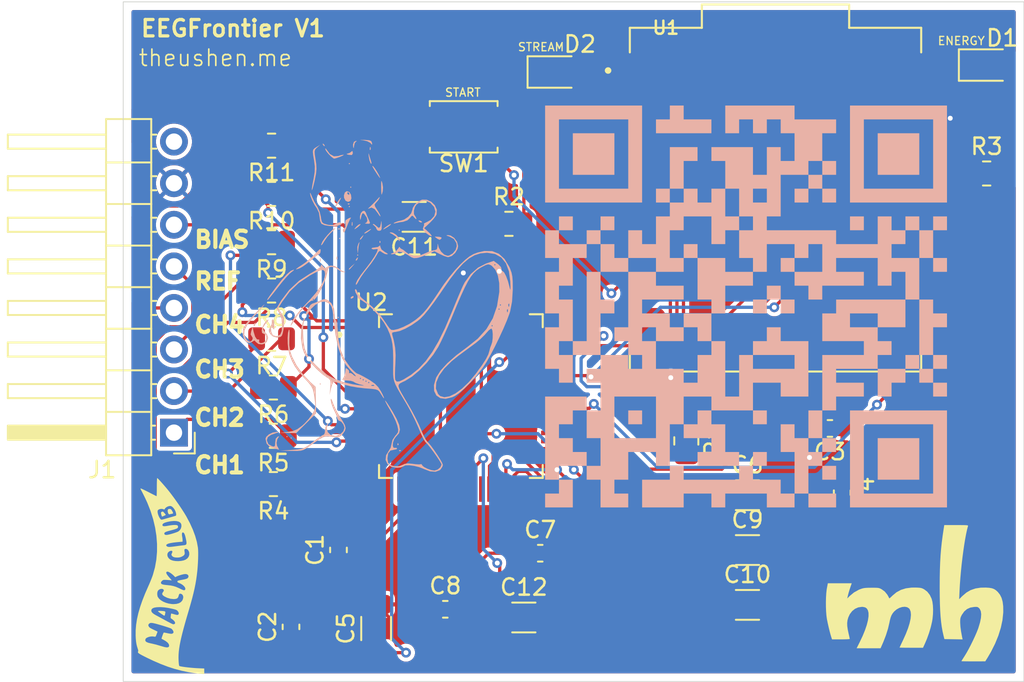
<source format=kicad_pcb>
(kicad_pcb (version 20241229) (generator "pcbnew") (generator_version "9.0")
  (layers (0 "F.Cu" signal) (2 "B.Cu" signal) (13 "F.Paste" user) (15 "B.Paste" user) (5 "F.SilkS" user "F.Silkscreen") (7 "B.SilkS" user "B.Silkscreen") (1 "F.Mask" user) (3 "B.Mask" user) (25 "Edge.Cuts" user))
  (net 0 "")
  (net 1 "3V3_A")
  (net 2 "GND")
  (net 3 "3V3_D")
  (net 4 "Net-(U2-VREFP)")
  (net 5 "Net-(U2-VCAP2)")
  (net 6 "Net-(U2-VCAP1)")
  (net 7 "Net-(U2-VCAP3)")
  (net 8 "Net-(U2-VCAP4)")
  (net 9 "Net-(D1-A)")
  (net 10 "Net-(D2-A)")
  (net 11 "EEG_CH2")
  (net 13 "EEG_CH1")
  (net 14 "EEG_REF")
  (net 15 "EEG_CH4")
  (net 16 "EEG_CH3")
  (net 17 "EEG_BIAS")
  (net 18 "Net-(U2-~{PWDN})")
  (net 19 "LED_STREAM")
  (net 20 "Net-(U2-IN1N)")
  (net 21 "Net-(U2-IN1P)")
  (net 22 "Net-(U2-IN2N)")
  (net 23 "Net-(U2-IN2P)")
  (net 24 "Net-(U2-IN3N)")
  (net 25 "Net-(U2-IN3P)")
  (net 26 "Net-(U2-IN4N)")
  (net 27 "Net-(U2-IN4P)")
  (net 28 "BTN_START")
  (net 29 "SPI_CS")
  (net 30 "SPI_MOSI")
  (net 31 "SPI_SCK")
  (net 32 "EEG_DRDY")
  (net 34 "VBUS")
  (net 36 "EEG_RESET")
  (net 37 "EEG_START")
  (net 38 "SPI_MISO")
  (footprint "Resistor_SMD:R_0805_2012Metric" (layer "F.Cu") (at 141.4 87.8375 -90)
    (property "Reference" "R1")
    (property "Value" "10k")
  )
  (footprint "Resistor_SMD:R_0805_2012Metric" (layer "F.Cu") (at 116.0625 72.75 180)
    (property "Reference" "R10")
    (property "Value" "100k")
  )
  (footprint "Capacitor_SMD:C_1206_3216Metric" (layer "F.Cu") (at 145.1375 91.155)
    (property "Reference" "C6")
    (property "Value" "10µF")
  )
  (footprint "Resistor_SMD:R_0805_2012Metric" (layer "F.Cu") (at 116.175 90.475 180)
    (property "Reference" "R4")
    (property "Value" "100k")
  )
  (footprint "Resistor_SMD:R_0805_2012Metric" (layer "F.Cu") (at 159.75 71.5)
    (property "Reference" "R3")
    (property "Value" "1kΩ")
  )
  (footprint "Button_Switch_SMD:SW_Push_SPST_NO_Alps_SKRK" (layer "F.Cu") (at 127.8 68.65 180)
    (property "Reference" "SW1")
    (property "Value" "SW_Push")
  )
  (footprint "Resistor_SMD:R_0805_2012Metric" (layer "F.Cu") (at 130.5625 74.575)
    (property "Reference" "R2")
    (property "Value" "1kΩ")
  )
  (footprint "Resistor_SMD:R_0805_2012Metric" (layer "F.Cu") (at 116.0625 81.6 180)
    (property "Reference" "R7")
    (property "Value" "100k")
  )
  (footprint "OPL:QFP50P1200X1200X120-64N" (layer "F.Cu") (at 127.6275 85.1)
    (property "Reference" "U2")
    (property "Value" "ADS1299-4PAGR")
  )
  (footprint "LOGO" (layer "F.Cu") (at 109.85 96.075 90)
    (property "Reference" "G***" (hide yes))
    (property "Value" "LOGO" (hide yes))
  )
  (footprint "Resistor_SMD:R_0805_2012Metric" (layer "F.Cu") (at 116.0625 78.65 180)
    (property "Reference" "R8")
    (property "Value" "100k")
  )
  (footprint "Capacitor_SMD:C_0603_1608Metric" (layer "F.Cu") (at 150.925 91 -90)
    (property "Reference" "C4")
    (property "Value" "100nF")
  )
  (footprint "Capacitor_SMD:C_1206_3216Metric" (layer "F.Cu") (at 122.45 99.3 90)
    (property "Reference" "C5")
    (property "Value" "10µF")
  )
  (footprint "Resistor_SMD:R_0805_2012Metric" (layer "F.Cu") (at 116.0625 75.7 180)
    (property "Reference" "R9")
    (property "Value" "100k")
  )
  (footprint "Capacitor_SMD:C_0603_1608Metric" (layer "F.Cu") (at 126.675 98.125)
    (property "Reference" "C8")
    (property "Value" "1µF")
  )
  (footprint "Capacitor_SMD:C_1206_3216Metric" (layer "F.Cu") (at 124.775 74.15 180)
    (property "Reference" "C11")
    (property "Value" "10µF")
  )
  (footprint "Capacitor_SMD:C_1206_3216Metric" (layer "F.Cu") (at 145.1375 97.855)
    (property "Reference" "C10")
    (property "Value" "10µF")
  )
  (footprint "LED_SMD:LED_0805_2012Metric" (layer "F.Cu") (at 159.7375 64.875)
    (property "Reference" "D1")
    (property "Value" "LED")
  )
  (footprint "Resistor_SMD:R_0805_2012Metric" (layer "F.Cu") (at 116.175 84.575 180)
    (property "Reference" "R6")
    (property "Value" "100k")
  )
  (footprint "Capacitor_SMD:C_0603_1608Metric" (layer "F.Cu") (at 117.25 99.2 90)
    (property "Reference" "C2")
    (property "Value" "100nF")
  )
  (footprint "OPL:MODULE_102010428" (layer "F.Cu") (at 146.85 73.1)
    (property "Reference" "U1")
    (property "Value" "102010428")
  )
  (footprint "Capacitor_SMD:C_0603_1608Metric" (layer "F.Cu") (at 132.475 94.7)
    (property "Reference" "C7")
    (property "Value" "100nF")
  )
  (footprint "Capacitor_SMD:C_1206_3216Metric" (layer "F.Cu") (at 145.1375 94.505)
    (property "Reference" "C9")
    (property "Value" "10µF")
  )
  (footprint "Connector_PinHeader_2.54mm:PinHeader_1x08_P2.54mm_Horizontal" (layer "F.Cu") (at 110.1 87.335 180)
    (property "Reference" "J1")
    (property "Value" "Conn_01x08_Pin")
  )
  (footprint "LED_SMD:LED_0805_2012Metric" (layer "F.Cu") (at 133.3875 65.3)
    (property "Reference" "D2")
    (property "Value" "LED")
  )
  (footprint "LOGO" (layer "F.Cu") (at 155.55 98.425)
    (property "Reference" "G***" (hide yes))
    (property "Value" "LOGO" (hide yes))
  )
  (footprint "Capacitor_SMD:C_0603_1608Metric" (layer "F.Cu") (at 150.175 87.075 180)
    (property "Reference" "C3")
    (property "Value" "100nF")
  )
  (footprint "Resistor_SMD:R_0805_2012Metric" (layer "F.Cu") (at 116.175 87.525 180)
    (property "Reference" "R5")
    (property "Value" "100k")
  )
  (footprint "Capacitor_SMD:C_1206_3216Metric" (layer "F.Cu") (at 131.475 98.625)
    (property "Reference" "C12")
    (property "Value" "10µF")
  )
  (footprint "Capacitor_SMD:C_0603_1608Metric" (layer "F.Cu") (at 120.15 94.5 90)
    (property "Reference" "C1")
    (property "Value" "100nF")
  )
  (footprint "Resistor_SMD:R_0805_2012Metric" (layer "F.Cu") (at 116.0625 69.8 180)
    (property "Reference" "R11")
    (property "Value" "100k")
  )
  (footprint "LOGO" (layer "B.Cu") (at 122.55 79.575 180)
    (property "Reference" "G***" (hide yes))
    (property "Value" "LOGO" (hide yes))
  )
  (footprint "LOGO" (layer "B.Cu") (at 145.05 79.625 180)
    (property "Reference" "G***" (hide yes))
    (property "Value" "LOGO" (hide yes))
  )
  (gr_rect (start 107 61.0125) (end 162.025 102.5375) (stroke (width 0.05)) (fill no) (layer "Edge.Cuts"))
  (gr_text "CH3" (at 111.225 84.05 0) (layer "F.SilkS") (effects (font (size 1 1) (thickness 0.25) (bold yes)) (justify left bottom)))
  (gr_text "STREAM" (at 132.525 63.775 0) (layer "F.SilkS") (effects (font (size 0.5 0.5) (thickness 0.08))))
  (gr_text "CH4" (at 111.225 81.325 0) (layer "F.SilkS") (effects (font (size 1 1) (thickness 0.25) (bold yes)) (justify left bottom)))
  (gr_text "START\n" (at 127.75 66.55 0) (layer "F.SilkS") (effects (font (size 0.5 0.5) (thickness 0.08))))
  (gr_text "BIAS" (at 111.225 76.125 0) (layer "F.SilkS") (effects (font (size 1 1) (thickness 0.25) (bold yes)) (justify left bottom)))
  (gr_text "REF" (at 111.225 78.675 0) (layer "F.SilkS") (effects (font (size 1 1) (thickness 0.25) (bold yes)) (justify left bottom)))
  (gr_text "theushen.me" (at 107.875 65.025 0) (layer "F.SilkS") (effects (font (size 1 1) (thickness 0.1)) (justify left bottom)))
  (gr_text "EEGFrontier V1" (at 107.975 63.225 0) (layer "F.SilkS") (effects (font (size 1 1) (thickness 0.2) (bold yes)) (justify left bottom)))
  (gr_text "CH1" (at 111.225 89.9 0) (layer "F.SilkS") (effects (font (size 1 1) (thickness 0.25) (bold yes)) (justify left bottom)))
  (gr_text "ENERGY" (at 158.2 63.4 0) (layer "F.SilkS") (effects (font (size 0.5 0.5) (thickness 0.08))))
  (gr_text "CH2" (at 111.225 87 0) (layer "F.SilkS") (effects (font (size 1 1) (thickness 0.25) (bold yes)) (justify left bottom)))
  (segment (start 124.8775 89.916) (end 124.8775 90.78) (width 0.2) (layer "F.Cu") (net 1))
  (segment (start 151.701 90.999) (end 151.701 86.60089) (width 0.2) (layer "F.Cu") (net 1))
  (segment (start 136.090116 91.155) (end 134.530058 89.594942) (width 0.2) (layer "F.Cu") (net 1))
  (segment (start 126.3775 90.345001) (end 126.3775 90.78) (width 0.2) (layer "F.Cu") (net 1))
  (segment (start 147.7425 87.075) (end 149.4 87.075) (width 0.2) (layer "F.Cu") (net 1))
  (segment (start 150.176 86.299) (end 149.4 87.075) (width 0.2) (layer "F.Cu") (net 1))
  (segment (start 143.6625 91.155) (end 147.7425 87.075) (width 0.2) (layer "F.Cu") (net 1))
  (segment (start 128.8775 80.246146) (end 128.622646 80.501) (width 0.2) (layer "F.Cu") (net 1))
  (segment (start 129.8 87.4) (end 129.1275 87.4) (width 0.2) (layer "F.Cu") (net 1))
  (segment (start 128.622646 80.501) (end 128.132354 80.501) (width 0.2) (layer "F.Cu") (net 1))
  (segment (start 151.701 86.60089) (end 151.39911 86.299) (width 0.2) (layer "F.Cu") (net 1))
  (segment (start 143.6625 91.155) (end 136.090116 91.155) (width 0.2) (layer "F.Cu") (net 1))
  (segment (start 126.3775 90.78) (end 126.3775 89.7054) (width 0.2) (layer "F.Cu") (net 1))
  (segment (start 124.8775 90.78) (end 124.8775 91.606146) (width 0.2) (layer "F.Cu") (net 1))
  (segment (start 125.8775 90.78) (end 126.3775 90.78) (width 0.2) (layer "F.Cu") (net 1))
  (segment (start 126.3775 89.7054) (end 128.8775 87.2054) (width 0.2) (layer "F.Cu") (net 1))
  (segment (start 125.0945 89.699) (end 124.8775 89.916) (width 0.2) (layer "F.Cu") (net 1))
  (segment (start 125.731499 89.699) (end 126.3775 90.345001) (width 0.2) (layer "F.Cu") (net 1))
  (segment (start 125.8775 90.78) (end 125.8775 89.953854) (width 0.2) (layer "F.Cu") (net 1))
  (segment (start 126.3775 79.42) (end 126.3775 90.78) (width 0.2) (layer "F.Cu") (net 1))
  (segment (start 150.925 91.775) (end 151.701 90.999) (width 0.2) (layer "F.Cu") (net 1))
  (segment (start 125.622646 89.699) (end 125.0945 89.699) (width 0.2) (layer "F.Cu") (net 1))
  (segment (start 151.39911 86.299) (end 150.176 86.299) (width 0.2) (layer "F.Cu") (net 1))
  (segment (start 128.8775 87.15) (end 128.8775 79.42) (width 0.2) (layer "F.Cu") (net 1))
  (segment (start 128.8775 79.42) (end 128.8775 80.246146) (width 0.2) (layer "F.Cu") (net 1))
  (segment (start 127.8775 80.246146) (end 127.8775 79.42) (width 0.2) (layer "F.Cu") (net 1))
  (segment (start 128.8775 87.2054) (end 128.8775 87.15) (width 0.2) (layer "F.Cu") (net 1))
  (segment (start 125.8775 89.953854) (end 125.622646 89.699) (width 0.2) (layer "F.Cu") (net 1))
  (segment (start 124.8775 91.606146) (end 121.208646 95.275) (width 0.2) (layer "F.Cu") (net 1))
  (segment (start 121.208646 95.275) (end 120.15 95.275) (width 0.2) (layer "F.Cu") (net 1))
  (segment (start 124.8775 90.78) (end 124.8775 89.953854) (width 0.2) (layer "F.Cu") (net 1))
  (segment (start 128.132354 80.501) (end 127.8775 80.246146) (width 0.2) (layer "F.Cu") (net 1))
  (segment (start 129.1275 87.4) (end 128.8775 87.15) (width 0.2) (layer "F.Cu") (net 1))
  (segment (start 125.132354 89.699) (end 125.731499 89.699) (width 0.2) (layer "F.Cu") (net 1))
  (segment (start 124.8775 89.953854) (end 125.132354 89.699) (width 0.2) (layer "F.Cu") (net 1))
  (via (at 134.530058 89.594942) (size 0.6) (drill 0.3) (layers "F.Cu" "B.Cu") (net 1))
  (via (at 129.8 87.4) (size 0.6) (drill 0.3) (layers "F.Cu" "B.Cu") (net 1))
  (segment (start 132.335116 87.4) (end 129.8 87.4) (width 0.2) (layer "B.Cu") (net 1))
  (segment (start 134.530058 89.594942) (end 132.335116 87.4) (width 0.2) (layer "B.Cu") (net 1))
  (segment (start 122.45 97.825) (end 123.526 98.901) (width 0.2) (layer "F.Cu") (net 2))
  (segment (start 150.925 90.225) (end 150.925 87.1) (width 0.2) (layer "F.Cu") (net 2))
  (segment (start 147.5425 90.225) (end 150.925 90.225) (width 0.2) (layer "F.Cu") (net 2))
  (segment (start 146.6125 94.505) (end 144.4635 96.654) (width 0.2) (layer "F.Cu") (net 2))
  (segment (start 129.375 85.743646) (end 129.375 79.4225) (width 0.2) (layer "F.Cu") (net 2))
  (segment (start 146.6125 91.155) (end 147.5425 90.225) (width 0.2) (layer "F.Cu") (net 2))
  (segment (start 117.25 98.425) (end 121.85 98.425) (width 0.2) (layer "F.Cu") (net 2))
  (segment (start 127.45 98.125) (end 129.151 99.826) (width 0.2) (layer "F.Cu") (net 2))
  (segment (start 132.474 93.924) (end 133.25 94.7) (width 0.2) (layer "F.Cu") (net 2))
  (segment (start 129.05 65.3) (end 125.7 68.65) (width 0.2) (layer "F.Cu") (net 2))
  (segment (start 125.3775 91.606146) (end 125.632354 91.861) (width 0.2) (layer "F.Cu") (net 2))
  (segment (start 146.6125 97.855) (end 146.6125 94.505) (width 0.2) (layer "F.Cu") (net 2))
  (segment (start 127.9365 91.665146) (end 130.195354 93.924) (width 0.2) (layer "F.Cu") (net 2))
  (segment (start 107.601 69.596) (end 107.601 67.599) (width 0.2) (layer "F.Cu") (net 2))
  (segment (start 132.481354 88.85) (end 129.375 85.743646) (width 0.2) (layer "F.Cu") (net 2))
  (segment (start 132.641423 89.583577) (end 131.132846 88.075) (width 0.2) (layer "F.Cu") (net 2))
  (segment (start 130.6 78.1) (end 130.6 78.339) (width 0.2) (layer "F.Cu") (net 2))
  (segment (start 127.8775 91.606146) (end 128.132354 91.861) (width 0.2) (layer "F.Cu") (net 2))
  (segment (start 123.3 71.05) (end 125.7 68.65) (width 0.2) (layer "F.Cu") (net 2))
  (segment (start 127.240646 80.501) (end 127.3775 80.364146) (width 0.2) (layer "F.Cu") (net 2))
  (segment (start 127.3775 79.42) (end 127.3775 77.975) (width 0.2) (layer "F.Cu") (net 2))
  (segment (start 128.575 88.075) (end 127.9365 88.7135) (width 0.2) (layer "F.Cu") (net 2))
  (segment (start 133.3075 88.85) (end 132.481354 88.85) (width 0.2) (layer "F.Cu") (net 2))
  (segment (start 132.45 65.3) (end 129.05 65.3) (width 0.2) (layer "F.Cu") (net 2))
  (segment (start 127.178501 80.501) (end 127.240646 80.501) (width 0.2) (layer "F.Cu") (net 2))
  (segment (start 131.3775 91.606146) (end 131.3775 90.78) (width 0.2) (layer "F.Cu") (net 2))
  (segment (start 109 66.2) (end 123.25 66.2) (width 0.2) (layer "F.Cu") (net 2))
  (segment (start 123.526 98.901) (end 126.674 98.901) (width 0.2) (layer "F.Cu") (net 2))
  (segment (start 127.9365 88.7135) (end 127.9365 91.665146) (width 0.2) (layer "F.Cu") (net 2))
  (segment (start 129.3775 79.42) (end 129.8775 79.42) (width 0.2) (layer "F.Cu") (net 2))
  (segment (start 127.8775 89.953854) (end 127.8775 90.78) (width 0.2) (layer "F.Cu") (net 2))
  (segment (start 139.711846 96.654) (end 132.641423 89.583577) (width 0.2) (layer "F.Cu") (net 2))
  (segment (start 110.1 72.095) (end 107.601 69.596) (width 0.2) (layer "F.Cu") (net 2))
  (segment (start 123.25 66.2) (end 125.7 68.65) (width 0.2) (layer "F.Cu") (net 2))
  (segment (start 127.8775 90.78) (end 127.8775 91.606146) (width 0.2) (layer "F.Cu") (net 2))
  (segment (start 126.8775 90.78) (end 126.8775 89.953854) (width 0.2) (layer "F.Cu") (net 2))
  (segment (start 126.8775 89.953854) (end 127.132354 89.699) (width 0.2) (layer "F.Cu") (net 2))
  (segment (start 121.85 98.425) (end 122.45 97.825) (width 0.2) (layer "F.Cu") (net 2))
  (segment (start 125.632354 91.861) (end 126.622646 91.861) (width 0.2) (layer "F.Cu") (net 2))
  (segment (start 131.122646 91.861) (end 131.3775 91.606146) (width 0.2) (layer "F.Cu") (net 2))
  (segment (start 158.8 64.875) (end 155.655 68.02) (width 0.2) (layer "F.Cu") (net 2))
  (segment (start 107.601 67.599) (end 109 66.2) (width 0.2) (layer "F.Cu") (net 2))
  (segment (start 127.3775 80.364146) (end 127.3775 79.42) (width 0.2) (layer "F.Cu") (net 2))
  (segment (start 127.3775 77.975) (end 127.7775 77.575) (width 0.2) (layer "F.Cu") (net 2))
  (segment (start 119.374 94.501) (end 119.374 95.72411) (width 0.2) (layer "F.Cu") (net 2))
  (segment (start 130.195354 93.924) (end 132.474 93.924) (width 0.2) (layer "F.Cu") (net 2))
  (segment (start 119.374 95.72411) (end 121.47489 97.825) (width 0.2) (layer "F.Cu") (net 2))
  (segment (start 128.132354 91.861) (end 131.122646 91.861) (width 0.2) (layer "F.Cu") (net 2))
  (segment (start 125.3775 90.78) (end 125.3775 91.606146) (width 0.2) (layer "F.Cu") (net 2))
  (segment (start 155.655 68.02) (end 154.95 68.02) (width 0.2) (layer "F.Cu") (net 2))
  (segment (start 157.42 68.02) (end 154.95 68.02) (width 0.2) (layer "F.Cu") (net 2))
  (segment (start 132.641423 89.516077) (end 132.641423 89.583577) (width 0.2) (layer "F.Cu") (net 2))
  (segment (start 150.925 87.1) (end 150.95 87.075) (width 0.2) (layer "F.Cu") (net 2))
  (segment (start 129.8775 79.42) (end 130.3775 79.42) (width 0.2) (layer "F.Cu") (net 2))
  (segment (start 131.122646 78.339) (end 131.3775 78.593854) (width 0.2) (layer "F.Cu") (net 2))
  (segment (start 132.95 95) (end 133.25 94.7) (width 0.2) (layer "F.Cu") (net 2))
  (segment (start 126.622646 91.861) (end 126.8775 91.606146) (width 0.2) (layer "F.Cu") (net 2))
  (segment (start 144.4635 96.654) (end 139.711846 96.654) (width 0.2) (layer "F.Cu") (net 2))
  (segment (start 149.175 88.85) (end 148.925 88.85) (width 0.2) (layer "F.Cu") (net 2))
  (segment (start 129.375 79.4225) (end 129.3775 79.42) (width 0.2) (layer "F.Cu") (net 2))
  (segment (start 120.15 93.725) (end 119.374 94.501) (width 0.2) (layer "F.Cu") (net 2))
  (segment (start 130.6 78.339) (end 131.122646 78.339) (width 0.2) (layer "F.Cu") (net 2))
  (segment (start 127.132354 89.699) (end 127.622646 89.699) (width 0.2) (layer "F.Cu") (net 2))
  (segment (start 132.95 98.625) (end 132.95 95) (width 0.2) (layer "F.Cu") (net 2))
  (segment (start 131.3775 78.593854) (end 131.3775 79.42) (width 0.2) (layer "F.Cu") (net 2))
  (segment (start 127.622646 89.699) (end 127.8775 89.953854) (width 0.2) (layer "F.Cu") (net 2))
  (segment (start 129.151 99.826) (end 131.749 99.826) (width 0.2) (layer "F.Cu") (net 2))
  (segment (start 123.3 74.15) (end 123.3 71.05) (width 0.2) (layer "F.Cu") (net 2))
  (segment (start 126.8775 77.7275) (end 123.3 74.15) (width 0.2) (layer "F.Cu") (net 2))
  (segment (start 129.975 77.475) (end 130.6 78.1) (width 0.2) (layer "F.Cu") (net 2))
  (segment (start 126.8775 80.199999) (end 127.178501 80.501) (width 0.2) (layer "F.Cu") (net 2))
  (segment (start 131.749 99.826) (end 132.95 98.625) (width 0.2) (layer "F.Cu") (net 2))
  (segment (start 157.525 68.125) (end 157.42 68.02) (width 0.2) (layer "F.Cu") (net 2))
  (segment (start 130.4585 78.339) (end 130.6 78.339) (width 0.2) (layer "F.Cu") (net 2))
  (segment (start 126.8775 91.606146) (end 126.8775 90.78) (width 0.2) (layer "F.Cu") (net 2))
  (segment (start 131.132846 88.075) (end 128.575 88.075) (width 0.2) (layer "F.Cu") (net 2))
  (segment (start 126.674 98.901) (end 127.45 98.125) (width 0.2) (layer "F.Cu") (net 2))
  (segment (start 150.95 87.075) (end 149.175 88.85) (width 0.2) (layer "F.Cu") (net 2))
  (segment (start 126.8775 79.42) (end 126.8775 77.7275) (width 0.2) (layer "F.Cu") (net 2))
  (segment (start 129.3775 79.42) (end 130.4585 78.339) (width 0.2) (layer "F.Cu") (net 2))
  (segment (start 126.8775 79.42) (end 126.8775 80.199999) (width 0.2) (layer "F.Cu") (net 2))
  (segment (start 121.47489 97.825) (end 122.45 97.825) (width 0.2) (layer "F.Cu") (net 2))
  (segment (start 146.6125 94.505) (end 146.6125 91.155) (width 0.2) (layer "F.Cu") (net 2))
  (segment (start 133.3075 88.85) (end 132.641423 89.516077) (width 0.2) (layer "F.Cu") (net 2))
  (via (at 129.975 77.475) (size 0.6) (drill 0.3) (layers "F.Cu" "B.Cu") (net 2))
  (via (at 148.925 88.85) (size 0.6) (drill 0.3) (layers "F.Cu" "B.Cu") (net 2))
  (via (at 127.7775 77.575) (size 0.6) (drill 0.3) (layers "F.Cu" "B.Cu") (net 2))
  (via (at 157.525 68.125) (size 0.6) (drill 0.3) (layers "F.Cu" "B.Cu") (net 2))
  (segment (start 127.8775 77.475) (end 129.975 77.475) (width 0.2) (layer "B.Cu") (net 2))
  (segment (start 157.9 84.65) (end 157.9 68.5) (width 0.2) (layer "B.Cu") (net 2))
  (segment (start 147.7 85.6) (end 148.65 84.65) (width 0.2) (layer "B.Cu") (net 2))
  (segment (start 148.65 84.65) (end 157.9 84.65) (width 0.2) (layer "B.Cu") (net 2))
  (segment (start 127.7775 77.575) (end 127.8775 77.475) (width 0.2) (layer "B.Cu") (net 2))
  (segment (start 148.925 88.85) (end 147.7 87.625) (width 0.2) (layer "B.Cu") (net 2))
  (segment (start 157.9 68.5) (end 157.525 68.125) (width 0.2) (layer "B.Cu") (net 2))
  (segment (start 147.7 87.625) (end 147.7 85.6) (width 0.2) (layer "B.Cu") (net 2))
  (segment (start 153.575 70.56) (end 141.4 82.735) (width 0.2) (layer "F.Cu") (net 3))
  (segment (start 131.903177 81.271823) (end 131.981354 81.35) (width 0.2) (layer "F.Cu") (net 3))
  (segment (start 154.95 70.56) (end 157.8975 70.56) (width 0.2) (layer "F.Cu") (net 3))
  (segment (start 131.903177 81.271823) (end 130.15 83.025) (width 0.2) (layer "F.Cu") (net 3))
  (segment (start 157.8975 70.56) (end 158.8375 71.5) (width 0.2) (layer "F.Cu") (net 3))
  (segment (start 131.981354 81.35) (end 133.3075 81.35) (width 0.2) (layer "F.Cu") (net 3))
  (segment (start 141.175 83.975) (end 141.4 83.75) (width 0.2) (layer "F.Cu") (net 3))
  (segment (start 141.4 82.735) (end 141.4 83.75) (width 0.2) (layer "F.Cu") (net 3))
  (segment (start 136.279 81.35) (end 136.35 81.421) (width 0.2) (layer "F.Cu") (net 3))
  (segment (start 141.4 83.75) (end 141.4 86.925) (width 0.2) (layer "F.Cu") (net 3))
  (segment (start 130.15 83.025) (end 129.975 83.025) (width 0.2) (layer "F.Cu") (net 3))
  (segment (start 121.65 99.975) (end 122.45 100.775) (width 0.2) (layer "F.Cu") (net 3))
  (segment (start 140.45 83.975) (end 141.175 83.975) (width 0.2) (layer "F.Cu") (net 3))
  (segment (start 130.8775 79.42) (end 130.8775 80.246146) (width 0.2) (layer "F.Cu") (net 3))
  (segment (start 130.8775 80.246146) (end 131.903177 81.271823) (width 0.2) (layer "F.Cu") (net 3))
  (segment (start 124.275 100.775) (end 122.45 100.775) (width 0.2) (layer "F.Cu") (net 3))
  (segment (start 154.95 70.56) (end 153.575 70.56) (width 0.2) (layer "F.Cu") (net 3))
  (segment (start 117.25 99.975) (end 121.65 99.975) (width 0.2) (layer "F.Cu") (net 3))
  (segment (start 133.3075 81.35) (end 136.279 81.35) (width 0.2) (layer "F.Cu") (net 3))
  (via (at 140.45 83.975) (size 0.6) (drill 0.3) (layers "F.Cu" "B.Cu") (net 3))
  (via (at 129.975 83.025) (size 0.6) (drill 0.3) (layers "F.Cu" "B.Cu") (net 3))
  (via (at 124.275 100.775) (size 0.6) (drill 0.3) (layers "F.Cu" "B.Cu") (net 3))
  (via (at 136.35 81.421) (size 0.6) (drill 0.3) (layers "F.Cu" "B.Cu") (net 3))
  (segment (start 123.4 99.9) (end 124.275 100.775) (width 0.2) (layer "B.Cu") (net 3))
  (segment (start 123.4 89.6) (end 123.4 99.9) (width 0.2) (layer "B.Cu") (net 3))
  (segment (start 129.975 83.025) (end 123.4 89.6) (width 0.2) (layer "B.Cu") (net 3))
  (segment (start 134.974 84.173943) (end 135.326057 84.526) (width 0.2) (layer "B.Cu") (net 3))
  (segment (start 134.974 82.797) (end 134.974 84.173943) (width 0.2) (layer "B.Cu") (net 3))
  (segment (start 139.899 84.526) (end 140.45 83.975) (width 0.2) (layer "B.Cu") (net 3))
  (segment (start 136.35 81.421) (end 134.974 82.797) (width 0.2) (layer "B.Cu") (net 3))
  (segment (start 135.326057 84.526) (end 139.899 84.526) (width 0.2) (layer "B.Cu") (net 3))
  (segment (start 131.7 94.7) (end 129.325 94.7) (width 0.2) (layer "F.Cu") (net 4))
  (segment (start 127.3775 90.78) (end 127.3775 94.0525) (width 0.2) (layer "F.Cu") (net 4))
  (segment (start 129.325 94.7) (end 128.675 95.35) (width 0.2) (layer "F.Cu") (net 4))
  (segment (start 128.675 95.35) (end 125.9 98.125) (width 0.2) (layer "F.Cu") (net 4))
  (segment (start 127.3775 94.0525) (end 128.675 95.35) (width 0.2) (layer "F.Cu") (net 4))
  (segment (start 138.411376 94.505) (end 133.503188 89.596812) (width 0.2) (layer "F.Cu") (net 5))
  (segment (start 130.3775 89.3225) (end 130.3775 90.78) (width 0.2) (layer "F.Cu") (net 5))
  (segment (start 130.45 89.25) (end 130.3775 89.3225) (width 0.2) (layer "F.Cu") (net 5))
  (segment (start 143.6625 94.505) (end 138.411376 94.505) (width 0.2) (layer "F.Cu") (net 5))
  (via (at 133.503188 89.596812) (size 0.6) (drill 0.3) (layers "F.Cu" "B.Cu") (net 5))
  (via (at 130.45 89.25) (size 0.6) (drill 0.3) (layers "F.Cu" "B.Cu") (net 5))
  (segment (start 133.503188 89.596812) (end 130.796812 89.596812) (width 0.2) (layer "B.Cu") (net 5))
  (segment (start 130.796812 89.596812) (end 130.45 89.25) (width 0.2) (layer "B.Cu") (net 5))
  (segment (start 129.774 88.476) (end 129.599971 88.650029) (width 0.2) (layer "F.Cu") (net 6))
  (segment (start 130.966746 88.476) (end 129.774 88.476) (width 0.2) (layer "F.Cu") (net 6))
  (segment (start 143.6625 97.855) (end 140.345746 97.855) (width 0.2) (layer "F.Cu") (net 6))
  (segment (start 140.345746 97.855) (end 130.966746 88.476) (width 0.2) (layer "F.Cu") (net 6))
  (segment (start 129.601 89.148943) (end 129.3775 89.372443) (width 0.2) (layer "F.Cu") (net 6))
  (segment (start 129.3775 89.372443) (end 129.3775 90.78) (width 0.2) (layer "F.Cu") (net 6))
  (segment (start 129.599971 88.650029) (end 129.601 88.651057) (width 0.2) (layer "F.Cu") (net 6))
  (segment (start 129.601 88.651057) (end 129.601 89.148943) (width 0.2) (layer "F.Cu") (net 6))
  (segment (start 128.3775 79.42) (end 128.3775 76.2775) (width 0.2) (layer "F.Cu") (net 7))
  (segment (start 128.3775 76.2775) (end 126.25 74.15) (width 0.2) (layer "F.Cu") (net 7))
  (segment (start 130 95.9) (end 130 95.45) (width 0.2) (layer "F.Cu") (net 8))
  (segment (start 130 98.625) (end 130 95.9) (width 0.2) (layer "F.Cu") (net 8))
  (segment (start 130 95.45) (end 129.85 95.3) (width 0.2) (layer "F.Cu") (net 8))
  (segment (start 128.3775 89.5225) (end 128.3775 90.78) (width 0.2) (layer "F.Cu") (net 8))
  (segment (start 129 88.9) (end 128.3775 89.5225) (width 0.2) (layer "F.Cu") (net 8))
  (via (at 129.85 95.3) (size 0.6) (drill 0.3) (layers "F.Cu" "B.Cu") (net 8))
  (via (at 129 88.9) (size 0.6) (drill 0.3) (layers "F.Cu" "B.Cu") (net 8))
  (segment (start 129 94.45) (end 129 88.9) (width 0.2) (layer "B.Cu") (net 8))
  (segment (start 129.85 95.3) (end 129 94.45) (width 0.2) (layer "B.Cu") (net 8))
  (segment (start 160.675 71.4875) (end 160.6625 71.5) (width 0.2) (layer "F.Cu") (net 9))
  (segment (start 160.675 64.875) (end 160.675 71.4875) (width 0.2) (layer "F.Cu") (net 9))
  (segment (start 131.475 68.15) (end 134.325 65.3) (width 0.2) (layer "F.Cu") (net 10))
  (segment (start 131.475 74.575) (end 131.475 68.15) (width 0.2) (layer "F.Cu") (net 10))
  (segment (start 116.64866 81.6) (end 116.975 81.6) (width 0.2) (layer "F.Cu") (net 11))
  (segment (start 110.1 84.795) (end 113.45366 84.795) (width 0.2) (layer "F.Cu") (net 11))
  (segment (start 113.45366 84.795) (end 116.64866 81.6) (width 0.2) (layer "F.Cu") (net 11))
  (segment (start 110.911 86.524) (end 116.0865 86.524) (width 0.2) (layer "F.Cu") (net 13))
  (segment (start 110.1 87.335) (end 110.911 86.524) (width 0.2) (layer "F.Cu") (net 13))
  (segment (start 116.0865 86.524) (end 117.0875 87.525) (width 0.2) (layer "F.Cu") (net 13))
  (segment (start 116.975 78.65) (end 118.6625 80.3375) (width 0.2) (layer "F.Cu") (net 14))
  (segment (start 108.949 88.486) (end 108.949 83.475) (width 0.2) (layer "F.Cu") (net 14))
  (segment (start 108.949 83.475) (end 108.949 81.77824) (width 0.2) (layer "F.Cu") (net 14))
  (segment (start 117.901 73.676) (end 121.06484 73.676) (width 0.2) (layer "F.Cu") (net 14))
  (segment (start 111.251 80.19176) (end 111.251 78.326) (width 0.2) (layer "F.Cu") (net 14))
  (segment (start 121.06484 73.676) (end 125.3775 77.98866) (width 0.2) (layer "F.Cu") (net 14))
  (segment (start 111.939 91.476) (end 108.949 88.486) (width 0.2) (layer "F.Cu") (net 14))
  (segment (start 110.57676 80.866) (end 111.251 80.19176) (width 0.2) (layer "F.Cu") (net 14))
  (segment (start 108.949 81.77824) (end 109.86124 80.866) (width 0.2) (layer "F.Cu") (net 14))
  (segment (start 111.251 78.326) (end 110.1 77.175) (width 0.2) (layer "F.Cu") (net 14))
  (segment (start 110.50776 83.475) (end 108.949 83.475) (width 0.2) (layer "F.Cu") (net 14))
  (segment (start 118.35 83.3125) (end 118.35 82.825) (width 0.2) (layer "F.Cu") (net 14))
  (segment (start 118.6625 80.3375) (end 118.826 80.501) (width 0.2) (layer "F.Cu") (net 14))
  (segment (start 115.026 80.599) (end 113.38376 80.599) (width 0.2) (layer "F.Cu") (net 14))
  (segment (start 116.975 72.75) (end 117.901 73.676) (width 0.2) (layer "F.Cu") (net 14))
  (segment (start 118.049265 80.200735) (end 118.18603 80.3375) (width 0.2) (layer "F.Cu") (net 14))
  (segment (start 116.0865 91.476) (end 111.939 91.476) (width 0.2) (layer "F.Cu") (net 14))
  (segment (start 117.0875 90.475) (end 116.0865 91.476) (width 0.2) (layer "F.Cu") (net 14))
  (segment (start 125.3775 77.98866) (end 125.3775 79.42) (width 0.2) (layer "F.Cu") (net 14))
  (segment (start 125.122646 80.501) (end 125.3775 80.246146) (width 0.2) (layer "F.Cu") (net 14))
  (segment (start 125.3775 80.246146) (end 125.3775 79.42) (width 0.2) (layer "F.Cu") (net 14))
  (segment (start 118.18603 80.3375) (end 118.6625 80.3375) (width 0.2) (layer "F.Cu") (net 14))
  (segment (start 113.38376 80.599) (end 110.50776 83.475) (width 0.2) (layer "F.Cu") (net 14))
  (segment (start 116.975 78.65) (end 115.026 80.599) (width 0.2) (layer "F.Cu") (net 14))
  (segment (start 109.86124 80.866) (end 110.57676 80.866) (width 0.2) (layer "F.Cu") (net 14))
  (segment (start 118.826 80.501) (end 125.122646 80.501) (width 0.2) (layer "F.Cu") (net 14))
  (segment (start 117.0875 84.575) (end 118.35 83.3125) (width 0.2) (layer "F.Cu") (net 14))
  (via (at 118.35 82.825) (size 0.6) (drill 0.3) (layers "F.Cu" "B.Cu") (net 14))
  (via (at 118.049265 80.200735) (size 0.6) (drill 0.3) (layers "F.Cu" "B.Cu") (net 14))
  (segment (start 118.35 80.50147) (end 118.049265 80.200735) (width 0.2) (layer "B.Cu") (net 14))
  (segment (start 118.35 82.825) (end 118.35 80.50147) (width 0.2) (layer "B.Cu") (net 14))
  (segment (start 113.65 67.375) (end 112.825 68.2) (width 0.2) (layer "F.Cu") (net 15))
  (segment (start 107.601 78.676) (end 108.64 79.715) (width 0.2) (layer "F.Cu") (net 15))
  (segment (start 110.33876 73.484) (end 108.266 73.484) (width 0.2) (layer "F.Cu") (net 15))
  (segment (start 112.825 68.2) (end 112.825 70.99776) (width 0.2) (layer "F.Cu") (net 15))
  (segment (start 117.075 69.7) (end 117.075 68.55) (width 0.2) (layer "F.Cu") (net 15))
  (segment (start 108.266 73.484) (end 107.601 74.149) (width 0.2) (layer "F.Cu") (net 15))
  (segment (start 116.975 69.8) (end 117.075 69.7) (width 0.2) (layer "F.Cu") (net 15))
  (segment (start 112.825 70.99776) (end 110.33876 73.484) (width 0.2) (layer "F.Cu") (net 15))
  (segment (start 107.601 74.149) (end 107.601 78.676) (width 0.2) (layer "F.Cu") (net 15))
  (segment (start 117.075 68.55) (end 115.9 67.375) (width 0.2) (layer "F.Cu") (net 15))
  (segment (start 108.64 79.715) (end 110.1 79.715) (width 0.2) (layer "F.Cu") (net 15))
  (segment (start 115.9 67.375) (end 113.65 67.375) (width 0.2) (layer "F.Cu") (net 15))
  (segment (start 115.60034 76.701) (end 115.974 76.701) (width 0.2) (layer "F.Cu") (net 16))
  (segment (start 110.1 82.255) (end 110.1 82.20134) (width 0.2) (layer "F.Cu") (net 16))
  (segment (start 110.1 82.20134) (end 115.60034 76.701) (width 0.2) (layer "F.Cu") (net 16))
  (segment (start 115.974 76.701) (end 116.975 75.7) (width 0.2) (layer "F.Cu") (net 16))
  (segment (start 120.418646 74.635) (end 124.8775 79.093854) (width 0.2) (layer "F.Cu") (net 17))
  (segment (start 124.8775 79.093854) (end 124.8775 79.42) (width 0.2) (layer "F.Cu") (net 17))
  (segment (start 110.1 74.635) (end 120.418646 74.635) (width 0.2) (layer "F.Cu") (net 17))
  (segment (start 124.3775 79.42) (end 124.8775 79.42) (width 0.2) (layer "F.Cu") (net 17))
  (segment (start 140.5 87.85) (end 133.3075 87.85) (width 0.2) (layer "F.Cu") (net 18))
  (segment (start 141.4 88.75) (end 140.5 87.85) (width 0.2) (layer "F.Cu") (net 18))
  (segment (start 129.65 74.575) (end 135.795 80.72) (width 0.2) (layer "F.Cu") (net 19))
  (segment (start 135.795 80.72) (end 138.75 80.72) (width 0.2) (layer "F.Cu") (net 19))
  (segment (start 122.649646 89.474) (end 123.0285 89.095146) (width 0.2) (layer "F.Cu") (net 20))
  (segment (start 116.2635 89.474) (end 122.649646 89.474) (width 0.2) (layer "F.Cu") (net 20))
  (segment (start 123.0285 88.604854) (end 122.773646 88.35) (width 0.2) (layer "F.Cu") (net 20))
  (segment (start 115.2625 90.475) (end 116.2635 89.474) (width 0.2) (layer "F.Cu") (net 20))
  (segment (start 122.773646 88.35) (end 121.9475 88.35) (width 0.2) (layer "F.Cu") (net 20))
  (segment (start 123.0285 89.095146) (end 123.0285 88.604854) (width 0.2) (layer "F.Cu") (net 20))
  (segment (start 116.5875 88.85) (end 121.9475 88.85) (width 0.2) (layer "F.Cu") (net 21))
  (segment (start 115.2625 87.525) (end 116.5875 88.85) (width 0.2) (layer "F.Cu") (net 21))
  (segment (start 116.63716 85.576) (end 116.2635 85.576) (width 0.2) (layer "F.Cu") (net 22))
  (segment (start 118.38516 87.324) (end 116.63716 85.576) (width 0.2) (layer "F.Cu") (net 22))
  (segment (start 121.9475 87.35) (end 121.9215 87.324) (width 0.2) (layer "F.Cu") (net 22))
  (segment (start 121.9215 87.324) (end 118.38516 87.324) (width 0.2) (layer "F.Cu") (net 22))
  (segment (start 116.2635 85.576) (end 115.2625 84.575) (width 0.2) (layer "F.Cu") (net 22))
  (segment (start 115.15 81.6) (end 115.15 81.975) (width 0.2) (layer "F.Cu") (net 23))
  (segment (start 120.1 87.85) (end 120.025 87.925) (width 0.2) (layer "F.Cu") (net 23))
  (segment (start 115.15 81.975) (end 113.4 83.725) (width 0.2) (layer "F.Cu") (net 23))
  (segment (start 121.9475 87.85) (end 120.1 87.85) (width 0.2) (layer "F.Cu") (net 23))
  (via (at 113.4 83.725) (size 0.6) (drill 0.3) (layers "F.Cu" "B.Cu") (net 23))
  (via (at 120.025 87.925) (size 0.6) (drill 0.3) (layers "F.Cu" "B.Cu") (net 23))
  (segment (start 113.4 83.725) (end 117.6 87.925) (width 0.2) (layer "B.Cu") (net 23))
  (segment (start 117.6 87.925) (end 120.025 87.925) (width 0.2) (layer "B.Cu") (net 23))
  (segment (start 114.275 79.975) (end 114.275 79.525) (width 0.2) (layer "F.Cu") (net 24))
  (segment (start 122.832646 80.909) (end 117.909 80.909) (width 0.2) (layer "F.Cu") (net 24))
  (segment (start 114.275 79.525) (end 115.15 78.65) (width 0.2) (layer "F.Cu") (net 24))
  (segment (start 123.0285 81.104854) (end 122.832646 80.909) (width 0.2) (layer "F.Cu") (net 24))
  (segment (start 122.773646 86.35) (end 123.0285 86.095146) (width 0.2) (layer "F.Cu") (net 24))
  (segment (start 123.0285 86.095146) (end 123.0285 81.104854) (width 0.2) (layer "F.Cu") (net 24))
  (segment (start 121.9475 86.35) (end 122.773646 86.35) (width 0.2) (layer "F.Cu") (net 24))
  (segment (start 117.909 80.909) (end 117.175 80.175) (width 0.2) (layer "F.Cu") (net 24))
  (via (at 114.275 79.975) (size 0.6) (drill 0.3) (layers "F.Cu" "B.Cu") (net 24))
  (via (at 117.175 80.175) (size 0.6) (drill 0.3) (layers "F.Cu" "B.Cu") (net 24))
  (segment (start 117.175 80.175) (end 114.45 80.175) (width 0.2) (layer "B.Cu") (net 24))
  (segment (start 114.45 80.175) (end 114.275 80) (width 0.2) (layer "B.Cu") (net 24))
  (segment (start 114.275 80) (end 114.275 79.975) (width 0.2) (layer "B.Cu") (net 24))
  (segment (start 114.4 76.5) (end 113.575 76.5) (width 0.2) (layer "F.Cu") (net 25))
  (segment (start 119.725 86.85) (end 121.9475 86.85) (width 0.2) (layer "F.Cu") (net 25))
  (segment (start 119.5 86.625) (end 119.725 86.85) (width 0.2) (layer "F.Cu") (net 25))
  (segment (start 115.15 75.7) (end 115.15 75.75) (width 0.2) (layer "F.Cu") (net 25))
  (segment (start 113.575 76.5) (end 113.55 76.5) (width 0.2) (layer "F.Cu") (net 25))
  (segment (start 115.15 75.75) (end 114.4 76.5) (width 0.2) (layer "F.Cu") (net 25))
  (via (at 119.5 86.625) (size 0.6) (drill 0.3) (layers "F.Cu" "B.Cu") (net 25))
  (via (at 113.55 76.5) (size 0.6) (drill 0.3) (layers "F.Cu" "B.Cu") (net 25))
  (segment (start 113.55 80.675) (end 119.5 86.625) (width 0.2) (layer "B.Cu") (net 25))
  (segment (start 113.55 76.5) (end 113.55 80.675) (width 0.2) (layer "B.Cu") (net 25))
  (segment (start 121.9475 85.35) (end 121.121354 85.35) (width 0.2) (layer "F.Cu") (net 26))
  (segment (start 115.85 73.45) (end 115.15 72.75) (width 0.2) (layer "F.Cu") (net 26))
  (segment (start 115.85 73.9) (end 115.85 73.45) (width 0.2) (layer "F.Cu") (net 26))
  (segment (start 119.225 83.453646) (end 119.225 81.509) (width 0.2) (layer "F.Cu") (net 26))
  (segment (start 121.121354 85.35) (end 119.225 83.453646) (width 0.2) (layer "F.Cu") (net 26))
  (via (at 119.225 81.509) (size 0.6) (drill 0.3) (layers "F.Cu" "B.Cu") (net 26))
  (via (at 115.85 73.9) (size 0.6) (drill 0.3) (layers "F.Cu" "B.Cu") (net 26))
  (segment (start 119.225 81.509) (end 119.225 77.275) (width 0.2) (layer "B.Cu") (net 26))
  (segment (start 119.225 77.275) (end 115.85 73.9) (width 0.2) (layer "B.Cu") (net 26))
  (segment (start 115.15 69.8) (end 117.099 71.749) (width 0.2) (layer "F.Cu") (net 27))
  (segment (start 120.55 85.875) (end 121.9225 85.875) (width 0.2) (layer "F.Cu") (net 27))
  (segment (start 117.099 71.749) (end 118.049 71.749) (width 0.2) (layer "F.Cu") (net 27))
  (segment (start 121.9225 85.875) (end 121.9475 85.85) (width 0.2) (layer "F.Cu") (net 27))
  (segment (start 118.049 71.749) (end 119.375 73.075) (width 0.2) (layer "F.Cu") (net 27))
  (via (at 120.55 85.875) (size 0.6) (drill 0.3) (layers "F.Cu" "B.Cu") (net 27))
  (via (at 119.375 73.075) (size 0.6) (drill 0.3) (layers "F.Cu" "B.Cu") (net 27))
  (segment (start 120.175 85.9) (end 120.525 85.9) (width 0.2) (layer "B.Cu") (net 27))
  (segment (start 120.525 85.9) (end 120.55 85.875) (width 0.2) (layer "B.Cu") (net 27))
  (segment (start 120.175 73.875) (end 120.175 85.9) (width 0.2) (layer "B.Cu") (net 27))
  (segment (start 119.375 73.075) (end 120.175 73.875) (width 0.2) (layer "B.Cu") (net 27))
  (segment (start 137.47 78.18) (end 138.75 78.18) (width 0.2) (layer "F.Cu") (net 28))
  (segment (start 136.825 78.825) (end 137.47 78.18) (width 0.2) (layer "F.Cu") (net 28))
  (segment (start 129.9 70.625) (end 130.875 71.6) (width 0.2) (layer "F.Cu") (net 28))
  (segment (start 129.9 68.65) (end 129.9 70.625) (width 0.2) (layer "F.Cu") (net 28))
  (via (at 136.825 78.825) (size 0.6) (drill 0.3) (layers "F.Cu" "B.Cu") (net 28))
  (via (at 130.875 71.6) (size 0.6) (drill 0.3) (layers "F.Cu" "B.Cu") (net 28))
  (segment (start 130.875 71.6) (end 130.875 72.875) (width 0.2) (layer "B.Cu") (net 28))
  (segment (start 130.875 72.875) (end 136.825 78.825) (width 0.2) (layer "B.Cu") (net 28))
  (segment (start 154.95 83.725) (end 153.05 85.625) (width 0.2) (layer "F.Cu") (net 29))
  (segment (start 135.475 85.85) (end 133.3075 85.85) (width 0.2) (layer "F.Cu") (net 29))
  (segment (start 154.95 80.72) (end 154.95 83.725) (width 0.2) (layer "F.Cu") (net 29))
  (segment (start 135.75 85.575) (end 135.475 85.85) (width 0.2) (layer "F.Cu") (net 29))
  (via (at 153.05 85.625) (size 0.6) (drill 0.3) (layers "F.Cu" "B.Cu") (net 29))
  (via (at 135.75 85.575) (size 0.6) (drill 0.3) (layers "F.Cu" "B.Cu") (net 29))
  (segment (start 153.05 85.625) (end 149.224 89.451) (width 0.2) (layer "B.Cu") (net 29))
  (segment (start 149.224 89.451) (end 139.626 89.451) (width 0.2) (layer "B.Cu") (net 29))
  (segment (start 139.626 89.451) (end 135.75 85.575) (width 0.2) (layer "B.Cu") (net 29))
  (segment (start 150.126 83.006836) (end 143.569336 89.5635) (width 0.2) (layer "F.Cu") (net 30))
  (segment (start 146.3 80.324) (end 150.066836 80.324) (width 0.2) (layer "F.Cu") (net 30))
  (segment (start 150.066836 80.324) (end 150.126 80.383164) (width 0.2) (layer "F.Cu") (net 30))
  (segment (start 134.133646 88.35) (end 133.3075 88.35) (width 0.2) (layer "F.Cu") (net 30))
  (segment (start 143.569336 89.5635) (end 135.347146 89.5635) (width 0.2) (layer "F.Cu") (net 30))
  (segment (start 135.347146 89.5635) (end 134.133646 88.35) (width 0.2) (layer "F.Cu") (net 30))
  (segment (start 146.174 80.198) (end 146.3 80.324) (width 0.2) (layer "F.Cu") (net 30))
  (segment (start 150.126 80.383164) (end 150.126 83.006836) (width 0.2) (layer "F.Cu") (net 30))
  (segment (start 154.95 73.1) (end 152.500057 73.1) (width 0.2) (layer "F.Cu") (net 30))
  (segment (start 152.500057 73.1) (end 146.174 79.426057) (width 0.2) (layer "F.Cu") (net 30))
  (segment (start 146.174 79.426057) (end 146.174 80.198) (width 0.2) (layer "F.Cu") (net 30))
  (segment (start 152.102 81.028) (end 152.102 95.673) (width 0.2) (layer "F.Cu") (net 31))
  (segment (start 130.8775 89.953854) (end 130.8775 90.78) (width 0.2) (layer "F.Cu") (net 31))
  (segment (start 131.132354 89.699) (end 130.8775 89.953854) (width 0.2) (layer "F.Cu") (net 31))
  (segment (start 147.875 99.9) (end 141.823646 99.9) (width 0.2) (layer "F.Cu") (net 31))
  (segment (start 141.823646 99.9) (end 131.622646 89.699) (width 0.2) (layer "F.Cu") (net 31))
  (segment (start 131.622646 89.699) (end 131.132354 89.699) (width 0.2) (layer "F.Cu") (net 31))
  (segment (start 152.102 95.673) (end 147.875 99.9) (width 0.2) (layer "F.Cu") (net 31))
  (segment (start 154.95 78.18) (end 152.102 81.028) (width 0.2) (layer "F.Cu") (net 31))
  (segment (start 138.75 70.56) (end 140.426 72.236) (width 0.2) (layer "F.Cu") (net 32))
  (segment (start 134.304646 82.021) (end 134.133646 81.85) (width 0.2) (layer "F.Cu") (net 32))
  (segment (start 140.426 81.559058) (end 139.964058 82.021) (width 0.2) (layer "F.Cu") (net 32))
  (segment (start 139.964058 82.021) (end 134.304646 82.021) (width 0.2) (layer "F.Cu") (net 32))
  (segment (start 134.133646 81.85) (end 133.3075 81.85) (width 0.2) (layer "F.Cu") (net 32))
  (segment (start 140.426 72.236) (end 140.426 81.559058) (width 0.2) (layer "F.Cu") (net 32))
  (segment (start 135.769258 87.35) (end 133.3075 87.35) (width 0.2) (layer "F.Cu") (net 36))
  (segment (start 138.75 65.48) (end 141.228 67.958) (width 0.2) (layer "F.Cu") (net 36))
  (segment (start 141.228 81.891258) (end 135.769258 87.35) (width 0.2) (layer "F.Cu") (net 36))
  (segment (start 141.228 67.958) (end 141.228 81.891258) (width 0.2) (layer "F.Cu") (net 36))
  (segment (start 136.202158 86.35) (end 133.3075 86.35) (width 0.2) (layer "F.Cu") (net 37))
  (segment (start 140.827 81.725158) (end 136.202158 86.35) (width 0.2) (layer "F.Cu") (net 37))
  (segment (start 140.827 70.097) (end 140.827 81.725158) (width 0.2) (layer "F.Cu") (net 37))
  (segment (start 138.75 68.02) (end 140.827 70.097) (width 0.2) (layer "F.Cu") (net 37))
  (segment (start 150.81 75.64) (end 146.775 79.675) (width 0.2) (layer "F.Cu") (net 38))
  (segment (start 154.95 75.64) (end 150.81 75.64) (width 0.2) (layer "F.Cu") (net 38))
  (segment (start 135.5 83.85) (end 133.3075 83.85) (width 0.2) (layer "F.Cu") (net 38))
  (segment (start 135.575 83.925) (end 135.5 83.85) (width 0.2) (layer "F.Cu") (net 38))
  (via (at 135.575 83.925) (size 0.6) (drill 0.3) (layers "F.Cu" "B.Cu") (net 38))
  (via (at 146.775 79.675) (size 0.6) (drill 0.3) (layers "F.Cu" "B.Cu") (net 38))
  (segment (start 146.775 79.675) (end 139.825 79.675) (width 0.2) (layer "B.Cu") (net 38))
  (segment (start 139.825 79.675) (end 135.575 83.925) (width 0.2) (layer "B.Cu") (net 38))
  (zone (net 2) (net_name "GND") (layers "F.Cu" "B.Cu") (connect_pads (clearance 0.25)) (min_thickness 0.25) (fill yes (thermal_gap 0.25) (thermal_bridge_width 0.25))
    (polygon (pts (xy 107 61.025) (xy 107 102.55) (xy 162.025 102.55) (xy 162.025 61.025)))
  )
)
</source>
